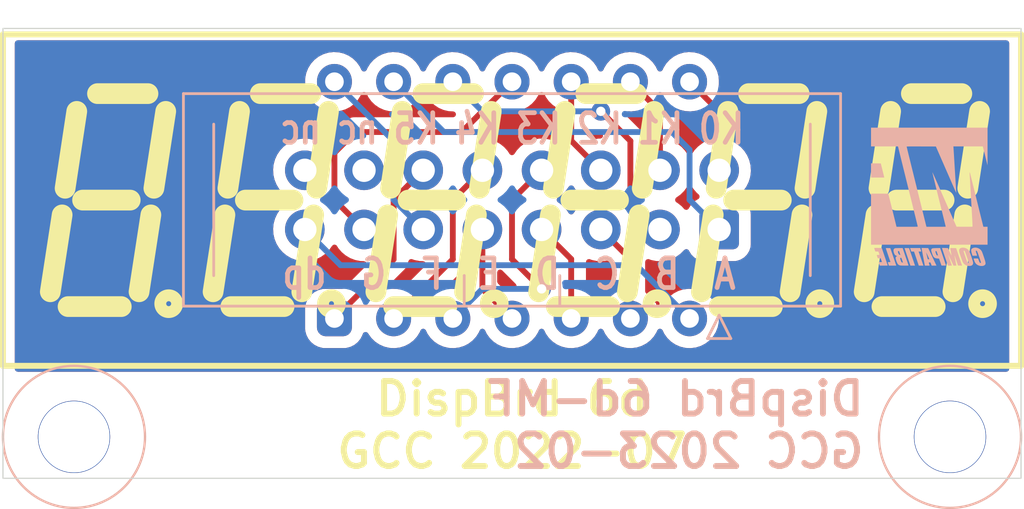
<source format=kicad_pcb>
(kicad_pcb (version 20211014) (generator pcbnew)
  (layers (0 "F.Cu" signal) (31 "B.Cu" signal) (36 "B.SilkS" user "B.Silkscreen") (37 "F.SilkS" user "F.Silkscreen") (38 "B.Mask" user) (39 "F.Mask" user) (44 "Edge.Cuts" user))
  (net 0 "")
  (net 1 "/K_SegA")
  (net 2 "/K_SegB")
  (net 3 "/K_SegC")
  (net 4 "/K_SegDP")
  (net 5 "/A0")
  (net 6 "/K_SegD")
  (net 7 "/K_SegE")
  (net 8 "/K_SegG")
  (net 9 "/K_SegF")
  (net 10 "/A1")
  (net 11 "/A2")
  (net 12 "/A3")
  (net 13 "/A4")
  (net 14 "/A5")
  (footprint "GCC_Display:Disp7s6x_036" (layer "F.Cu") (at 57.404 32.766)
    (fp_text reference "S5" hide)
    (fp_text value "LEDDSP6_CA" hide)
    (fp_line (start 5.45846 0.635) (end 4.95046 3.93446) (layer "F.SilkS") (width 0.889))
    (fp_line (start 21.844 -7.112) (end 21.844 7.112) (layer "F.SilkS") (width 0.254))
    (fp_line (start -7.874 -3.80746) (end -8.382 -0.508) (layer "F.SilkS") (width 0.889))
    (fp_line (start 10.15238 -4.56946) (end 12.319 -4.56946) (layer "F.SilkS") (width 0.889))
    (fp_line (start -5.08 4.56946) (end -2.79654 4.56946) (layer "F.SilkS") (width 0.889))
    (fp_line (start -0.889 -3.80746) (end -1.397 -0.508) (layer "F.SilkS") (width 0.889))
    (fp_line (start 8.636 0.635) (end 8.128 3.93446) (layer "F.SilkS") (width 0.889))
    (fp_line (start 15.621 0.635) (end 15.113 3.93446) (layer "F.SilkS") (width 0.889))
    (fp_line (start -12.319 0.635) (end -12.827 3.93446) (layer "F.SilkS") (width 0.889))
    (fp_line (start 1.905 4.56946) (end 4.18846 4.56946) (layer "F.SilkS") (width 0.889))
    (fp_line (start 11.557 0) (end 9.5123 0) (layer "F.SilkS") (width 0.889))
    (fp_line (start -11.69162 -3.80746) (end -12.192 -0.508) (layer "F.SilkS") (width 0.889))
    (fp_line (start -4.70662 -3.80746) (end -5.207 -0.508) (layer "F.SilkS") (width 0.889))
    (fp_line (start -19.304 0.635) (end -19.812 3.93446) (layer "F.SilkS") (width 0.889))
    (fp_line (start 19.42846 0.635) (end 18.92046 3.93446) (layer "F.SilkS") (width 0.889))
    (fp_line (start -15.49654 0.635) (end -16.00454 3.93446) (layer "F.SilkS") (width 0.889))
    (fp_line (start 9.26338 -3.80746) (end 8.763 -0.508) (layer "F.SilkS") (width 0.889))
    (fp_line (start -5.334 0.635) (end -5.842 3.93446) (layer "F.SilkS") (width 0.889))
    (fp_line (start 20.066 -3.80746) (end 19.558 -0.508) (layer "F.SilkS") (width 0.889))
    (fp_line (start 8.89 4.56946) (end 11.17346 4.56946) (layer "F.SilkS") (width 0.889))
    (fp_line (start 4.572 0) (end 2.5273 0) (layer "F.SilkS") (width 0.889))
    (fp_line (start -16.383 0) (end -18.4277 0) (layer "F.SilkS") (width 0.889))
    (fp_line (start -14.859 -3.80746) (end -15.367 -0.508) (layer "F.SilkS") (width 0.889))
    (fp_line (start -19.05 4.56946) (end -16.76654 4.56946) (layer "F.SilkS") (width 0.889))
    (fp_line (start 2.27838 -3.80746) (end 1.778 -0.508) (layer "F.SilkS") (width 0.889))
    (fp_line (start -10.80262 -4.56946) (end -8.636 -4.56946) (layer "F.SilkS") (width 0.889))
    (fp_line (start -9.398 0) (end -11.4427 0) (layer "F.SilkS") (width 0.889))
    (fp_line (start 1.651 0.635) (end 1.143 3.93446) (layer "F.SilkS") (width 0.889))
    (fp_line (start -12.065 4.56946) (end -9.78154 4.56946) (layer "F.SilkS") (width 0.889))
    (fp_line (start -8.51154 0.635) (end -9.01954 3.93446) (layer "F.SilkS") (width 0.889))
    (fp_line (start 3.16738 -4.56946) (end 5.334 -4.56946) (layer "F.SilkS") (width 0.889))
    (fp_line (start 17.13738 -4.56946) (end 19.304 -4.56946) (layer "F.SilkS") (width 0.889))
    (fp_line (start 6.096 -3.80746) (end 5.588 -0.508) (layer "F.SilkS") (width 0.889))
    (fp_line (start -1.52654 0.635) (end -2.03454 3.93446) (layer "F.SilkS") (width 0.889))
    (fp_line (start 16.24838 -3.80746) (end 15.748 -0.508) (layer "F.SilkS") (width 0.889))
    (fp_line (start -3.81762 -4.56946) (end -1.651 -4.56946) (layer "F.SilkS") (width 0.889))
    (fp_line (start 13.081 -3.80746) (end 12.573 -0.508) (layer "F.SilkS") (width 0.889))
    (fp_line (start -18.67662 -3.80746) (end -19.177 -0.508) (layer "F.SilkS") (width 0.889))
    (fp_line (start -17.78762 -4.56946) (end -15.621 -4.56946) (layer "F.SilkS") (width 0.889))
    (fp_line (start 12.44346 0.635) (end 11.93546 3.93446) (layer "F.SilkS") (width 0.889))
    (fp_line (start -21.844 7.112) (end -21.844 -7.112) (layer "F.SilkS") (width 0.254))
    (fp_line (start -2.413 0) (end -4.4577 0) (layer "F.SilkS") (width 0.889))
    (fp_line (start 21.844 7.112) (end -21.844 7.112) (layer "F.SilkS") (width 0.254))
    (fp_line (start 18.542 0) (end 16.4973 0) (layer "F.SilkS") (width 0.889))
    (fp_line (start -21.844 -7.112) (end 21.844 -7.112) (layer "F.SilkS") (width 0.254))
    (fp_line (start 15.875 4.56946) (end 18.15846 4.56946) (layer "F.SilkS") (width 0.889))
    (fp_circle (center 6.223 4.445) (end 6.477 4.18846) (layer "F.SilkS") (width 0.508) (fill none))
    (fp_circle (center 20.193 4.445) (end 20.447 4.18846) (layer "F.SilkS") (width 0.508) (fill none))
    (fp_circle (center -0.762 4.445) (end -0.508 4.18846) (layer "F.SilkS") (width 0.508) (fill none))
    (fp_circle (center 13.208 4.445) (end 13.462 4.18846) (layer "F.SilkS") (width 0.508) (fill none))
    (fp_circle (center -7.747 4.445) (end -7.493 4.18846) (layer "F.SilkS") (width 0.508) (fill none))
    (fp_circle (center -14.732 4.445) (end -14.478 4.18846) (layer "F.SilkS") (width 0.508) (fill none))
    (pad "1" thru_hole roundrect locked (at -7.62 5.08 90) (size 1.524 1.50114) (drill 0.8001) (layers *.Cu *.Mask) (net 14 "/A5"))
    (pad "2" thru_hole oval locked (at -5.08 5.08 90) (size 1.524 1.4986) (drill 0.8001) (layers *.Cu *.Mask) (net 13 "/A4"))
    (pad "3" thru_hole oval locked (at -2.54 5.08 90) (size 1.524 1.4986) (drill 0.8001) (layers *.Cu *.Mask) (net 12 "/A3"))
    (pad "4" thru_hole oval locked (at 0 5.08 90) (size 1.524 1.4986) (drill 0.8001) (layers *.Cu *.Mask) (net 7 "/K_SegE"))
    (pad "5" thru_hole oval locked (at 2.54 5.08 90) (size 1.524 1.4986) (drill 0.8001) (layers *.Cu *.Mask) (net 6 "/K_SegD"))
    (pad "6" thru_hole oval locked (at 5.08 5.08 90) (size 1.524 1.4986) (drill 0.8001) (layers *.Cu *.Mask) (net 3 "/K_SegC"))
    (pad "7" thru_hole oval locked (at 7.62 5.08 90) (size 1.524 1.4986) (drill 0.8001) (layers *.Cu *.Mask) (net 4 "/K_SegDP"))
    (pad "8" thru_hole oval locked (at 7.62 -5.08 90) (size 1.524 1.4986) (drill 0.8001) (layers *.Cu *.Mask) (net 5 "/A0"))
    (pad "9" thru_hole oval locked (at 5.08 -5.08 90) (size 1.524 1.4986) (drill 0.8001) (layers *.Cu *.Mask) (net 10 "/A1"))
    (pad "10" thru_hole oval locked (at 2.54 -5.08 90) (size 1.524 1.4986) (drill 0.8001) (layers *.Cu *.Mask) (net 11 "/A2"))
    (pad "11" thru_hole oval locked (at 0 -5.08 90) (size 1.524 1.4986) (drill 0.8001) (layers *.Cu *.Mask) (net 8 "/K_SegG"))
    (pad "12" thru_hole oval locked (at -2.54 -5.08 90) (size 1.524 1.4986) (drill 0.8001) (layers *.Cu *.Mask) (net 2 "/K_SegB"))
    (pad "13" thru_hole oval locked (at -5.08 -5.08 90) (size 1.524 1.4986) (drill 0.8001) (layers *.Cu *.Mask) (net 1 "/K_SegA"))
    (pad "14" thru_hole oval locked (at -7.62 -5.08 90) (size 1.524 1.4986) (drill 0.8001) (layers *.Cu *.Mask) (net 9 "/K_SegF"))
  )
  (footprint "GCC_holes:Hole3mm" (layer "B.Cu") (at 38.608 42.926)
    (fp_text reference "H9" hide)
    (fp_text value "MountingHole" hide)
    (fp_circle (center 0 0) (end 0 3.048) (layer "B.SilkS") (width 0.1) (fill none))
    (pad "" np_thru_hole circle locked (at 0 0) (size 3.1 3.1) (drill 3.05) (layers F&B.Cu *.Mask))
  )
  (footprint "GCC_holes:Hole3mm" (layer "B.Cu") (at 76.2 42.926)
    (fp_text reference "H10" hide)
    (fp_text value "MountingHole" hide)
    (fp_circle (center 0 0) (end 0 3.048) (layer "B.SilkS") (width 0.1) (fill none))
    (pad "" np_thru_hole circle locked (at 0 0) (size 3.1 3.1) (drill 3.05) (layers F&B.Cu *.Mask))
  )
  (footprint "Connector_IDC:IDC-Header_2x08_P2.54mm_Vertical" (layer "B.Cu") (at 66.294 34.0265 90)
    (fp_text reference "P7" hide)
    (fp_text value "Conn_02x08_Odd_Even")
    (fp_line (start -1.98 -10.94) (end -1.98 -10.94) (layer "B.SilkS") (width 0.12))
    (fp_line (start -1.98 3.91) (end 4.52 3.91) (layer "B.SilkS") (width 0.12))
    (fp_line (start -1.98 -10.94) (end -3.29 -10.94) (layer "B.SilkS") (width 0.12))
    (fp_line (start -3.29 -6.84) (end -1.98 -6.84) (layer "B.SilkS") (width 0.12))
    (fp_line (start -3.29 -22.99) (end -3.29 5.21) (layer "B.SilkS") (width 0.12))
    (fp_line (start -4.68 -0.5) (end -3.68 0) (layer "B.SilkS") (width 0.12))
    (fp_line (start -3.68 0) (end -4.68 0.5) (layer "B.SilkS") (width 0.12))
    (fp_line (start 5.83 5.21) (end 5.83 -22.99) (layer "B.SilkS") (width 0.12))
    (fp_line (start -4.68 0.5) (end -4.68 -0.5) (layer "B.SilkS") (width 0.12))
    (fp_line (start -3.29 5.21) (end 5.83 5.21) (layer "B.SilkS") (width 0.12))
    (fp_line (start 5.83 -22.99) (end -3.29 -22.99) (layer "B.SilkS") (width 0.12))
    (fp_line (start 4.52 -21.69) (end -1.98 -21.69) (layer "B.SilkS") (width 0.12))
    (pad "1" thru_hole roundrect (at 0 0 90) (size 1.7 1.7) (drill 1) (layers F&B.Cu *.Mask) (roundrect_rratio 0.147059) (net 1 "/K_SegA"))
    (pad "2" thru_hole circle (at 2.54 0 90) (size 1.7 1.7) (drill 1) (layers F&B.Cu *.Mask) (net 5 "/A0"))
    (pad "3" thru_hole circle (at 0 -2.54 90) (size 1.7 1.7) (drill 1) (layers F&B.Cu *.Mask) (net 2 "/K_SegB"))
    (pad "4" thru_hole circle (at 2.54 -2.54 90) (size 1.7 1.7) (drill 1) (layers F&B.Cu *.Mask) (net 10 "/A1"))
    (pad "5" thru_hole circle (at 0 -5.08 90) (size 1.7 1.7) (drill 1) (layers F&B.Cu *.Mask) (net 3 "/K_SegC"))
    (pad "6" thru_hole circle (at 2.54 -5.08 90) (size 1.7 1.7) (drill 1) (layers F&B.Cu *.Mask) (net 11 "/A2"))
    (pad "7" thru_hole circle (at 0 -7.62 90) (size 1.7 1.7) (drill 1) (layers F&B.Cu *.Mask) (net 6 "/K_SegD"))
    (pad "8" thru_hole circle (at 2.54 -7.62 90) (size 1.7 1.7) (drill 1) (layers F&B.Cu *.Mask) (net 12 "/A3"))
    (pad "9" thru_hole circle (at 0 -10.16 90) (size 1.7 1.7) (drill 1) (layers F&B.Cu *.Mask) (net 7 "/K_SegE"))
    (pad "10" thru_hole circle (at 2.54 -10.16 90) (size 1.7 1.7) (drill 1) (layers F&B.Cu *.Mask) (net 13 "/A4"))
    (pad "11" thru_hole circle (at 0 -12.7 90) (size 1.7 1.7) (drill 1) (layers F&B.Cu *.Mask) (net 9 "/K_SegF"))
    (pad "12" thru_hole circle (at 2.54 -12.7 90) (size 1.7 1.7) (drill 1) (layers F&B.Cu *.Mask) (net 14 "/A5"))
    (pad "13" thru_hole circle (at 0 -15.24 90) (size 1.7 1.7) (drill 1) (layers F&B.Cu *.Mask) (net 8 "/K_SegG"))
    (pad "14" thru_hole circle (at 2.54 -15.24 90) (size 1.7 1.7) (drill 1) (layers F&B.Cu *.Mask))
    (pad "15" thru_hole circle (at 0 -17.78 90) (size 1.7 1.7) (drill 1) (layers F&B.Cu *.Mask) (net 4 "/K_SegDP"))
    (pad "16" thru_hole circle (at 2.54 -17.78 90) (size 1.7 1.7) (drill 1) (layers F&B.Cu *.Mask))
  )
  (footprint "GCC_Logos:MF_compatible_5x6mm" (layer "B.Cu") (at 75.311 32.639 180)
    (fp_text reference "G***")
    (fp_text value "LOGO" hide)
    (fp_poly (pts (xy 2.291951 -2.177389) (xy 2.324142 -2.178121) (xy 2.345577 -2.179542) (xy 2.358063 -2.181804) (xy 2.363405 -2.18506) (xy 2.363961 -2.187035) (xy 2.361627 -2.197709) (xy 2.355348 -2.218412) (xy 2.346205 -2.245709) (xy 2.33963 -2.264277) (xy 2.315299 -2.331626) (xy 2.250398 -2.333685) (xy 2.185498 -2.335743) (xy 2.163357 -2.396932) (xy 2.153484 -2.425318) (xy 2.145878 -2.449274) (xy 2.141686 -2.4651) (xy 2.141217 -2.468523) (xy 2.144214 -2.47388) (xy 2.154832 -2.477103) (xy 2.175512 -2.47863) (xy 2.199226 -2.478925) (xy 2.229668 -2.479563) (xy 2.247563 -2.481668) (xy 2.254684 -2.485527) (xy 2.254848 -2.487906) (xy 2.251603 -2.498376) (xy 2.244922 -2.51886) (xy 2.235983 -2.545763) (xy 2.231284 -2.559759) (xy 2.210108 -2.622631) (xy 2.086763 -2.622631) (xy 2.059986 -2.699873) (xy 2.049333 -2.731078) (xy 2.040711 -2.757241) (xy 2.035069 -2.775419) (xy 2.033323 -2.782503) (xy 2.040048 -2.784778) (xy 2.058075 -2.786579) (xy 2.084338 -2.787671) (xy 2.104424 -2.787892) (xy 2.175411 -2.787892) (xy 2.149332 -2.863288) (xy 2.123254 -2.938685) (xy 1.951834 -2.938734) (xy 1.895757 -2.938594) (xy 1.8527 -2.938092) (xy 1.821315 -2.937154) (xy 1.800256 -2.93571) (xy 1.788175 -2.933688) (xy 1.783725 -2.931016) (xy 1.783759 -2.929802) (xy 1.786645 -2.921471) (xy 1.793718 -2.900814) (xy 1.804539 -2.86911) (xy 1.818675 -2.82764) (xy 1.835688 -2.777684) (xy 1.855143 -2.720523) (xy 1.876603 -2.657436) (xy 1.899632 -2.589705) (xy 1.911952 -2.553456) (xy 2.036801 -2.186092) (xy 2.08362 -2.181668) (xy 2.107445 -2.180116) (xy 2.141795 -2.178795) (xy 2.182824 -2.17781) (xy 2.226687 -2.177267) (xy 2.2472 -2.177194)) (layer "B.SilkS") (width 0) (fill solid))
    (fp_poly (pts (xy -0.553171 -2.179704) (xy -0.547227 -2.180796) (xy -0.546777 -2.183401) (xy -0.547742 -2.189638) (xy -0.550395 -2.200346) (xy -0.555014 -2.216362) (xy -0.561873 -2.238524) (xy -0.571247 -2.267668) (xy -0.583412 -2.304632) (xy -0.598644 -2.350255) (xy -0.617217 -2.405373) (xy -0.639406 -2.470823) (xy -0.665488 -2.547444) (xy -0.695738 -2.636073) (xy -0.726146 -2.725021) (xy -0.799262 -2.938783) (xy -0.884638 -2.938783) (xy -0.917748 -2.93854) (xy -0.944875 -2.937877) (xy -0.963227 -2.936895) (xy -0.970014 -2.935697) (xy -0.970014 -2.93569) (xy -0.967781 -2.928401) (xy -0.96144 -2.909099) (xy -0.951521 -2.879372) (xy -0.93856 -2.840806) (xy -0.923089 -2.794989) (xy -0.90564 -2.743508) (xy -0.891129 -2.700817) (xy -0.872579 -2.64613) (xy -0.855678 -2.595945) (xy -0.840946 -2.551834) (xy -0.828904 -2.515372) (xy -0.820071 -2.488133) (xy -0.814969 -2.471688) (xy -0.813913 -2.467369) (xy -0.817241 -2.473243) (xy -0.825978 -2.490699) (xy -0.839436 -2.518303) (xy -0.856925 -2.554625) (xy -0.877757 -2.598233) (xy -0.901241 -2.647696) (xy -0.926689 -2.701583) (xy -0.926928 -2.70209) (xy -1.038274 -2.938481) (xy -1.101629 -2.938632) (xy -1.131912 -2.938438) (xy -1.150371 -2.937327) (xy -1.159548 -2.934767) (xy -1.161985 -2.930231) (xy -1.16123 -2.926209) (xy -1.158087 -2.913204) (xy -1.152971 -2.889148) (xy -1.146278 -2.856142) (xy -1.138406 -2.816287) (xy -1.129751 -2.771683) (xy -1.120711 -2.72443) (xy -1.111681 -2.676629) (xy -1.10306 -2.63038) (xy -1.095243 -2.587783) (xy -1.088627 -2.550939) (xy -1.08361 -2.521948) (xy -1.080588 -2.50291) (xy -1.07994 -2.495938) (xy -1.082872 -2.501749) (xy -1.089814 -2.519612) (xy -1.100203 -2.547954) (xy -1.113478 -2.585202) (xy -1.129075 -2.629786) (xy -1.146432 -2.680132) (xy -1.15801 -2.714081) (xy -1.233111 -2.935191) (xy -1.320379 -2.937206) (xy -1.407646 -2.93922) (xy -1.303033 -2.631831) (xy -1.280469 -2.56553) (xy -1.258514 -2.501017) (xy -1.250996 -2.478925) (xy -1.077793 -2.478925) (xy -1.075164 -2.484839) (xy -1.073003 -2.483715) (xy -1.072143 -2.475188) (xy -1.073003 -2.474135) (xy -1.077275 -2.475121) (xy -1.077793 -2.478925) (xy -1.250996 -2.478925) (xy -1.237775 -2.440078) (xy -1.218861 -2.384501) (xy -1.202379 -2.336069) (xy -1.188937 -2.296571) (xy -1.179143 -2.267792) (xy -1.175191 -2.256181) (xy -1.151962 -2.187921) (xy -1.025061 -2.185959) (xy -0.979182 -2.185376) (xy -0.945755 -2.185353) (xy -0.922869 -2.186034) (xy -0.908612 -2.187563) (xy -0.901072 -2.190082) (xy -0.898338 -2.193734) (xy -0.898161 -2.195466) (xy -0.899508 -2.20572) (xy -0.903272 -2.227783) (xy -0.909033 -2.259375) (xy -0.916374 -2.298217) (xy -0.924877 -2.342028) (xy -0.92733 -2.354478) (xy -0.935894 -2.398556) (xy -0.943202 -2.437644) (xy -0.948882 -2.469631) (xy -0.952564 -2.492405) (xy -0.953876 -2.503855) (xy -0.953746 -2.504773) (xy -0.950093 -2.499321) (xy -0.941271 -2.482539) (xy -0.928127 -2.456148) (xy -0.911507 -2.42187) (xy -0.89226 -2.381425) (xy -0.876076 -2.346937) (xy -0.801159 -2.186348) (xy -0.676563 -2.181198) (xy -0.635655 -2.179779) (xy -0.599838 -2.179052) (xy -0.571536 -2.179025)) (layer "B.SilkS") (width 0) (fill solid))
    (fp_poly (pts (xy -1.401765 -2.169299) (xy -1.354139 -2.181589) (xy -1.318293 -2.201467) (xy -1.294003 -2.229341) (xy -1.281045 -2.265618) (xy -1.279192 -2.310705) (xy -1.28822 -2.365009) (xy -1.289891 -2.371653) (xy -1.297282 -2.397388) (xy -1.308561 -2.433139) (xy -1.322857 -2.476438) (xy -1.339296 -2.524815) (xy -1.357009 -2.5758) (xy -1.375122 -2.626922) (xy -1.392765 -2.675712) (xy -1.409066 -2.7197) (xy -1.423154 -2.756416) (xy -1.434156 -2.78339) (xy -1.438819 -2.793678) (xy -1.471318 -2.844185) (xy -1.514841 -2.886999) (xy -1.567416 -2.920552) (xy -1.627068 -2.94328) (xy -1.627468 -2.943387) (xy -1.661549 -2.949474) (xy -1.701593 -2.952096) (xy -1.742304 -2.951305) (xy -1.778391 -2.947154) (xy -1.799701 -2.941698) (xy -1.837558 -2.921414) (xy -1.863839 -2.892683) (xy -1.878357 -2.855827) (xy -1.880736 -2.814428) (xy -1.688019 -2.814428) (xy -1.684975 -2.822038) (xy -1.674815 -2.823804) (xy -1.672611 -2.823819) (xy -1.654198 -2.818621) (xy -1.641978 -2.809602) (xy -1.636309 -2.799089) (xy -1.627019 -2.776891) (xy -1.614769 -2.744973) (xy -1.600225 -2.705297) (xy -1.58405 -2.659826) (xy -1.566908 -2.610523) (xy -1.549463 -2.559351) (xy -1.532379 -2.508273) (xy -1.516319 -2.459252) (xy -1.501948 -2.41425) (xy -1.48993 -2.375231) (xy -1.480929 -2.344158) (xy -1.475608 -2.322993) (xy -1.474465 -2.314334) (xy -1.480003 -2.298156) (xy -1.491213 -2.295111) (xy -1.508215 -2.30518) (xy -1.511406 -2.307939) (xy -1.517844 -2.315858) (xy -1.525585 -2.329796) (xy -1.535118 -2.350992) (xy -1.54693 -2.380686) (xy -1.561511 -2.420117) (xy -1.579348 -2.470524) (xy -1.600931 -2.533148) (xy -1.605719 -2.547185) (xy -1.6243 -2.60216) (xy -1.641504 -2.653868) (xy -1.656735 -2.700455) (xy -1.669397 -2.740066) (xy -1.678894 -2.770848) (xy -1.684631 -2.790948) (xy -1.685983 -2.796874) (xy -1.688019 -2.814428) (xy -1.880736 -2.814428) (xy -1.880923 -2.811165) (xy -1.880347 -2.804594) (xy -1.876614 -2.785211) (xy -1.868604 -2.754618) (xy -1.857071 -2.715068) (xy -1.842769 -2.668813) (xy -1.826449 -2.618106) (xy -1.808865 -2.5652) (xy -1.79077 -2.512345) (xy -1.772916 -2.461796) (xy -1.756057 -2.415804) (xy -1.740946 -2.376622) (xy -1.728336 -2.346502) (xy -1.724291 -2.337764) (xy -1.700701 -2.294939) (xy -1.675763 -2.262594) (xy -1.661755 -2.248988) (xy -1.60754 -2.209904) (xy -1.547974 -2.182714) (xy -1.485328 -2.168115) (xy -1.421869 -2.166801)) (layer "B.SilkS") (width 0) (fill solid))
    (fp_poly (pts (xy 1.835567 -2.185758) (xy 1.85706 -2.186603) (xy 1.867559 -2.187977) (xy 1.868176 -2.188474) (xy 1.865959 -2.195686) (xy 1.859691 -2.214804) (xy 1.849947 -2.244129) (xy 1.8373 -2.28196) (xy 1.822324 -2.326598) (xy 1.805593 -2.376344) (xy 1.787681 -2.429496) (xy 1.769163 -2.484357) (xy 1.750612 -2.539225) (xy 1.732602 -2.592401) (xy 1.715707 -2.642185) (xy 1.700502 -2.686878) (xy 1.68756 -2.72478) (xy 1.677456 -2.75419) (xy 1.670763 -2.77341) (xy 1.668785 -2.778911) (xy 1.670898 -2.783598) (xy 1.6827 -2.786439) (xy 1.706025 -2.787732) (xy 1.723701 -2.787892) (xy 1.750592 -2.788463) (xy 1.770913 -2.789981) (xy 1.781285 -2.792155) (xy 1.781952 -2.792912) (xy 1.779841 -2.801446) (xy 1.774142 -2.820498) (xy 1.765808 -2.846953) (xy 1.758868 -2.868358) (xy 1.735785 -2.938783) (xy 1.416342 -2.938783) (xy 1.513697 -2.653168) (xy 1.535925 -2.587941) (xy 1.557901 -2.523425) (xy 1.578923 -2.461676) (xy 1.598292 -2.404755) (xy 1.615308 -2.35472) (xy 1.629269 -2.313629) (xy 1.639475 -2.283542) (xy 1.641441 -2.277737) (xy 1.671829 -2.187921) (xy 1.770002 -2.185922) (xy 1.805681 -2.185508)) (layer "B.SilkS") (width 0) (fill solid))
    (fp_poly (pts (xy 2.500481 0.840679) (xy 1.931702 0.840679) (xy 1.936787 0.863834) (xy 1.939599 0.875769) (xy 1.945468 0.900013) (xy 1.953992 0.934927) (xy 1.964769 0.978872) (xy 1.977396 1.03021) (xy 1.991471 1.087301) (xy 2.006593 1.148507) (xy 2.011271 1.167413) (xy 2.080668 1.447836) (xy 2.290575 1.449741) (xy 2.500481 1.451646)) (layer "B.SilkS") (width 0) (fill solid))
    (fp_poly (pts (xy 0.798498 -2.259724) (xy 0.772419 -2.33512) (xy 0.714034 -2.33517) (xy 0.655649 -2.335219) (xy 0.553268 -2.637001) (xy 0.450886 -2.938783) (xy 0.252582 -2.938783) (xy 0.344892 -2.667539) (xy 0.365578 -2.6068) (xy 0.385204 -2.549259) (xy 0.4032 -2.496582) (xy 0.418994 -2.450436) (xy 0.432017 -2.412488) (xy 0.441697 -2.384406) (xy 0.447463 -2.367856) (xy 0.448212 -2.365757) (xy 0.459221 -2.335219) (xy 0.402058 -2.335219) (xy 0.375445 -2.334638) (xy 0.355434 -2.333095) (xy 0.345435 -2.330888) (xy 0.344894 -2.330199) (xy 0.347006 -2.321665) (xy 0.352705 -2.302613) (xy 0.361039 -2.276158) (xy 0.367978 -2.254753) (xy 0.391062 -2.184328) (xy 0.824576 -2.184328)) (layer "B.SilkS") (width 0) (fill solid))
    (fp_poly (pts (xy -0.309536 -2.185634) (xy -0.249836 -2.186851) (xy -0.202765 -2.188823) (xy -0.16659 -2.191981) (xy -0.139572 -2.196754) (xy -0.119976 -2.203572) (xy -0.106067 -2.212866) (xy -0.096106 -2.225064) (xy -0.088454 -2.240368) (xy -0.083404 -2.256262) (xy -0.081686 -2.273945) (xy -0.083672 -2.295757) (xy -0.089733 -2.324036) (xy -0.10024 -2.36112) (xy -0.114971 -2.407537) (xy -0.136531 -2.469318) (xy -0.157503 -2.518453) (xy -0.179566 -2.556487) (xy -0.2044 -2.584964) (xy -0.233686 -2.605429) (xy -0.269102 -2.619426) (xy -0.31233 -2.628499) (xy -0.361154 -2.633884) (xy -0.42041 -2.638692) (xy -0.47099 -2.786941) (xy -0.52157 -2.935191) (xy -0.620898 -2.937195) (xy -0.661753 -2.937751) (xy -0.690018 -2.937404) (xy -0.707452 -2.936022) (xy -0.715812 -2.933475) (xy -0.717011 -2.93001) (xy -0.714161 -2.921638) (xy -0.707145 -2.900931) (xy -0.696394 -2.869169) (xy -0.682342 -2.827632) (xy -0.665421 -2.777599) (xy -0.646065 -2.720351) (xy -0.624707 -2.657166) (xy -0.601778 -2.589326) (xy -0.589193 -2.552084) (xy -0.571755 -2.500481) (xy -0.372574 -2.500481) (xy -0.351548 -2.500481) (xy -0.331262 -2.495922) (xy -0.317041 -2.486999) (xy -0.309068 -2.474577) (xy -0.29856 -2.452101) (xy -0.28715 -2.423267) (xy -0.28044 -2.404121) (xy -0.268972 -2.366567) (xy -0.263894 -2.340422) (xy -0.265434 -2.32411) (xy -0.273823 -2.316058) (xy -0.289288 -2.314689) (xy -0.293393 -2.315096) (xy -0.301099 -2.317165) (xy -0.307792 -2.322764) (xy -0.314603 -2.334075) (xy -0.322664 -2.353283) (xy -0.333105 -2.38257) (xy -0.341978 -2.408868) (xy -0.372574 -2.500481) (xy -0.571755 -2.500481) (xy -0.46459 -2.183348)) (layer "B.SilkS") (width 0) (fill solid))
    (fp_poly (pts (xy 1.035081 -2.185711) (xy 1.052446 -2.187099) (xy 1.060744 -2.189659) (xy 1.061906 -2.193101) (xy 1.059056 -2.201474) (xy 1.052039 -2.222181) (xy 1.041289 -2.253942) (xy 1.027238 -2.295475) (xy 1.010321 -2.345499) (xy 0.990969 -2.402735) (xy 0.969616 -2.465901) (xy 0.946696 -2.533718) (xy 0.934253 -2.570537) (xy 0.809816 -2.938783) (xy 0.611569 -2.938783) (xy 0.716107 -2.631612) (xy 0.738664 -2.565333) (xy 0.760612 -2.50084) (xy 0.781344 -2.439922) (xy 0.800251 -2.384364) (xy 0.816725 -2.335955) (xy 0.830158 -2.296481) (xy 0.839942 -2.26773) (xy 0.843872 -2.256181) (xy 0.867098 -2.187921) (xy 0.966109 -2.185916) (xy 1.00689 -2.18536)) (layer "B.SilkS") (width 0) (fill solid))
    (fp_poly (pts (xy 1.235899 -2.184778) (xy 1.280057 -2.185193) (xy 1.305927 -2.185536) (xy 1.359541 -2.186429) (xy 1.400763 -2.187457) (xy 1.431571 -2.188789) (xy 1.453943 -2.190596) (xy 1.469857 -2.193046) (xy 1.481291 -2.196309) (xy 1.490224 -2.200556) (xy 1.49177 -2.201469) (xy 1.517495 -2.223802) (xy 1.532662 -2.253681) (xy 1.537377 -2.291795) (xy 1.531748 -2.338836) (xy 1.519872 -2.383349) (xy 1.50353 -2.428431) (xy 1.485573 -2.462089) (xy 1.463351 -2.48723) (xy 1.434214 -2.506764) (xy 1.395512 -2.523598) (xy 1.390354 -2.525483) (xy 1.381135 -2.529666) (xy 1.383965 -2.533434) (xy 1.393943 -2.537558) (xy 1.418157 -2.550186) (xy 1.434448 -2.567348) (xy 1.44295 -2.59048) (xy 1.443798 -2.621015) (xy 1.437125 -2.660387) (xy 1.423067 -2.710032) (xy 1.412946 -2.7402) (xy 1.391519 -2.79697) (xy 1.370555 -2.841235) (xy 1.348524 -2.874722) (xy 1.323898 -2.899159) (xy 1.295148 -2.916272) (xy 1.260746 -2.927789) (xy 1.243649 -2.931486) (xy 1.225778 -2.933613) (xy 1.198039 -2.935381) (xy 1.16278 -2.936778) (xy 1.122347 -2.937797) (xy 1.07909 -2.938428) (xy 1.035356 -2.938662) (xy 0.993492 -2.93849) (xy 0.955847 -2.937902) (xy 0.924769 -2.93689) (xy 0.902605 -2.935445) (xy 0.891703 -2.933557) (xy 0.890976 -2.932856) (xy 0.89323 -2.925123) (xy 0.899709 -2.905054) (xy 0.90999 -2.87391) (xy 0.92365 -2.832954) (xy 0.935833 -2.796656) (xy 1.137266 -2.796656) (xy 1.138405 -2.805338) (xy 1.143231 -2.808552) (xy 1.151568 -2.807647) (xy 1.163236 -2.80397) (xy 1.169579 -2.801752) (xy 1.18338 -2.794147) (xy 1.195857 -2.780346) (xy 1.208142 -2.758353) (xy 1.221367 -2.726171) (xy 1.23539 -2.685688) (xy 1.245553 -2.65087) (xy 1.248949 -2.626979) (xy 1.245323 -2.612133) (xy 1.234421 -2.604449) (xy 1.224136 -2.602479) (xy 1.208124 -2.602796) (xy 1.19903 -2.610419) (xy 1.193175 -2.624034) (xy 1.173184 -2.680282) (xy 1.157776 -2.724319) (xy 1.146773 -2.757495) (xy 1.139996 -2.781158) (xy 1.137266 -2.796656) (xy 0.935833 -2.796656) (xy 0.940266 -2.783448) (xy 0.959415 -2.726653) (xy 0.980675 -2.663831) (xy 1.003621 -2.596244) (xy 1.016719 -2.557758) (xy 1.040388 -2.488218) (xy 1.046599 -2.469943) (xy 1.244892 -2.469943) (xy 1.246412 -2.47777) (xy 1.25676 -2.479545) (xy 1.27211 -2.476021) (xy 1.288634 -2.467951) (xy 1.299696 -2.459165) (xy 1.313012 -2.440491) (xy 1.326634 -2.412597) (xy 1.335964 -2.387331) (xy 1.344917 -2.354571) (xy 1.346613 -2.332685) (xy 1.340551 -2.319863) (xy 1.32623 -2.314294) (xy 1.315557 -2.313663) (xy 1.306793 -2.314564) (xy 1.299862 -2.31887) (xy 1.293355 -2.328983) (xy 1.285861 -2.347306) (xy 1.27597 -2.376241) (xy 1.272338 -2.387312) (xy 1.262151 -2.418362) (xy 1.253422 -2.444746) (xy 1.247234 -2.463206) (xy 1.244892 -2.469943) (xy 1.046599 -2.469943) (xy 1.062605 -2.422852) (xy 1.082946 -2.362909) (xy 1.100991 -2.309637) (xy 1.116317 -2.264283) (xy 1.128502 -2.228095) (xy 1.137124 -2.202322) (xy 1.141762 -2.18821) (xy 1.142462 -2.18587) (xy 1.14931 -2.185193) (xy 1.168509 -2.184782) (xy 1.198045 -2.184643)) (layer "B.SilkS") (width 0) (fill solid))
    (fp_poly (pts (xy 2.500481 2.177143) (xy 1.344204 2.177143) (xy 1.337062 2.150198) (xy 1.330765 2.125232) (xy 1.324113 2.097144) (xy 1.322706 2.09092) (xy 1.319893 2.079071) (xy 1.31389 2.054374) (xy 1.304969 2.017928) (xy 1.293401 1.97083) (xy 1.279456 1.914182) (xy 1.263406 1.849081) (xy 1.245521 1.776627) (xy 1.226072 1.697919) (xy 1.205331 1.614057) (xy 1.183567 1.526138) (xy 1.171291 1.476577) (xy 1.146128 1.375005) (xy 1.119656 1.268123) (xy 1.092418 1.158123) (xy 1.064956 1.0472) (xy 1.037813 0.937546) (xy 1.011532 0.831355) (xy 0.986656 0.730821) (xy 0.963729 0.638136) (xy 0.943291 0.555495) (xy 0.929419 0.499378) (xy 0.91269 0.431707) (xy 0.89296 0.351933) (xy 0.870688 0.261902) (xy 0.846329 0.163459) (xy 0.820341 0.058449) (xy 0.793179 -0.051282) (xy 0.765302 -0.163888) (xy 0.737166 -0.277523) (xy 0.709228 -0.390344) (xy 0.681944 -0.500502) (xy 0.663767 -0.57388) (xy 0.639961 -0.670075) (xy 0.61716 -0.7624) (xy 0.595602 -0.84989) (xy 0.575521 -0.93158) (xy 0.557153 -1.006504) (xy 0.540733 -1.073697) (xy 0.526498 -1.132194) (xy 0.514683 -1.181029) (xy 0.505524 -1.219238) (xy 0.499256 -1.245854) (xy 0.496116 -1.259914) (xy 0.495785 -1.261871) (xy 0.497634 -1.263917) (xy 0.503825 -1.265671) (xy 0.515325 -1.267154) (xy 0.5331 -1.268387) (xy 0.558116 -1.269392) (xy 0.591341 -1.270188) (xy 0.63374 -1.270798) (xy 0.686281 -1.271242) (xy 0.749929 -1.271542) (xy 0.825651 -1.271717) (xy 0.914415 -1.271791) (xy 0.951333 -1.271796) (xy 1.40688 -1.271796) (xy 1.43639 -1.151443) (xy 1.471549 -1.008248) (xy 1.505436 -0.870622) (xy 1.537904 -0.739154) (xy 1.568805 -0.614429) (xy 1.597991 -0.497035) (xy 1.625313 -0.38756) (xy 1.650623 -0.28659) (xy 1.673774 -0.194712) (xy 1.694617 -0.112515) (xy 1.713004 -0.040584) (xy 1.728787 0.020493) (xy 1.741819 0.070129) (xy 1.75195 0.107737) (xy 1.759033 0.132729) (xy 1.76292 0.144518) (xy 1.76344 0.145392) (xy 1.771939 0.146423) (xy 1.79342 0.147391) (xy 1.826494 0.148277) (xy 1.869772 0.14906) (xy 1.921866 0.149721) (xy 1.981386 0.15024) (xy 2.046944 0.150596) (xy 2.11715 0.150769) (xy 2.135828 0.150781) (xy 2.500481 0.150891) (xy 2.500481 -2.040622) (xy -2.50048 -2.040622) (xy -2.50048 -1.271796) (xy -2.321402 -1.271796) (xy -2.313897 -1.243925) (xy -2.310925 -1.232334) (xy -2.304807 -1.208013) (xy -2.295844 -1.172179) (xy -2.284342 -1.126053) (xy -2.270603 -1.070852) (xy -2.25493 -1.007796) (xy -2.237627 -0.938104) (xy -2.218997 -0.862995) (xy -2.199343 -0.783688) (xy -2.188315 -0.739158) (xy -2.166617 -0.651534) (xy -2.142068 -0.552418) (xy -2.115276 -0.444265) (xy -2.08685 -0.329531) (xy -2.057399 -0.210672) (xy -2.027531 -0.090142) (xy -1.997854 0.029602) (xy -1.968977 0.146105) (xy -1.941509 0.256911) (xy -1.923258 0.330524) (xy -1.90057 0.422058) (xy -1.878567 0.510887) (xy -1.85754 0.595834) (xy -1.837778 0.675727) (xy -1.819572 0.749391) (xy -1.803211 0.815653) (xy -1.788985 0.873337) (xy -1.777185 0.92127) (xy -1.768099 0.958279) (xy -1.762019 0.983189) (xy -1.759998 0.99157) (xy -1.752421 1.021542) (xy -1.745353 1.046339) (xy -1.739813 1.062536) (xy -1.737687 1.066656) (xy -1.735587 1.067823) (xy -1.733983 1.065386) (xy -1.73291 1.058374) (xy -1.732401 1.045818) (xy -1.732489 1.026747) (xy -1.733208 1.00019) (xy -1.734591 0.965178) (xy -1.736672 0.920739) (xy -1.739485 0.865904) (xy -1.743063 0.799701) (xy -1.747439 0.721162) (xy -1.752647 0.629314) (xy -1.753032 0.622558) (xy -1.757661 0.541381) (xy -1.762928 0.448885) (xy -1.768662 0.348099) (xy -1.774691 0.24205) (xy -1.780843 0.133768) (xy -1.786945 0.026281) (xy -1.792826 -0.077382) (xy -1.798313 -0.174193) (xy -1.799842 -0.201188) (xy -1.804993 -0.292106) (xy -1.810438 -0.388154) (xy -1.81603 -0.486724) (xy -1.821619 -0.585209) (xy -1.827059 -0.681002) (xy -1.832201 -0.771494) (xy -1.836896 -0.854079) (xy -1.840998 -0.926149) (xy -1.842678 -0.955643) (xy -1.846246 -1.020512) (xy -1.84932 -1.080931) (xy -1.851841 -1.135394) (xy -1.853753 -1.182393) (xy -1.854995 -1.220423) (xy -1.85551 -1.247977) (xy -1.85524 -1.263547) (xy -1.854716 -1.266478) (xy -1.84666 -1.26754) (xy -1.825661 -1.268456) (xy -1.793148 -1.269211) (xy -1.750549 -1.269791) (xy -1.699292 -1.270181) (xy -1.640804 -1.270367) (xy -1.576515 -1.270332) (xy -1.50935 -1.270071) (xy -1.16935 -1.268204) (xy -0.847971 -0.538897) (xy -0.80024 -0.430582) (xy -0.750683 -0.318131) (xy -0.700035 -0.203206) (xy -0.649029 -0.087473) (xy -0.598399 0.027403) (xy -0.548878 0.139759) (xy -0.5012 0.247929) (xy -0.456099 0.350249) (xy -0.414309 0.445053) (xy -0.376563 0.530679) (xy -0.343595 0.605461) (xy -0.332313 0.631049) (xy -0.299308 0.705665) (xy -0.267944 0.776104) (xy -0.238703 0.84131) (xy -0.212069 0.900229) (xy -0.188524 0.951806) (xy -0.168552 0.994986) (xy -0.152636 1.028715) (xy -0.141258 1.051936) (xy -0.134902 1.063597) (xy -0.13374 1.064738) (xy -0.133533 1.062515) (xy -0.134125 1.057312) (xy -0.135647 1.048591) (xy -0.138231 1.035814) (xy -0.142008 1.018444) (xy -0.147107 0.995944) (xy -0.153661 0.967775) (xy -0.161801 0.9334) (xy -0.171656 0.892281) (xy -0.183359 0.843882) (xy -0.19704 0.787664) (xy -0.21283 0.72309) (xy -0.230859 0.649622) (xy -0.25126 0.566722) (xy -0.274163 0.473854) (xy -0.299699 0.370479) (xy -0.327999 0.25606) (xy -0.359194 0.130059) (xy -0.393415 -0.008061) (xy -0.430792 -0.158838) (xy -0.471457 -0.322809) (xy -0.48852 -0.391598) (xy -0.523291 -0.5318) (xy -0.55468 -0.658446) (xy -0.582782 -0.771924) (xy -0.607694 -0.872622) (xy -0.62951 -0.960929) (xy -0.648327 -1.037232) (xy -0.664239 -1.101919) (xy -0.677342 -1.155378) (xy -0.687732 -1.197997) (xy -0.695504 -1.230163) (xy -0.700753 -1.252266) (xy -0.703575 -1.264692) (xy -0.704158 -1.267859) (xy -0.697184 -1.268579) (xy -0.677109 -1.269257) (xy -0.645201 -1.26988) (xy -0.60273 -1.270437) (xy -0.550964 -1.270914) (xy -0.491173 -1.271301) (xy -0.424626 -1.271584) (xy -0.352591 -1.271753) (xy -0.291281 -1.271796) (xy 0.121596 -1.271796) (xy 0.128808 -1.244851) (xy 0.131614 -1.233846) (xy 0.137598 -1.209977) (xy 0.146491 -1.17433) (xy 0.158024 -1.127991) (xy 0.171925 -1.072047) (xy 0.187926 -1.007585) (xy 0.205757 -0.93569) (xy 0.225148 -0.857449) (xy 0.24583 -0.773949) (xy 0.267532 -0.686276) (xy 0.279997 -0.635898) (xy 0.30638 -0.529251) (xy 0.335024 -0.413477) (xy 0.365254 -0.291293) (xy 0.3964 -0.165419) (xy 0.427788 -0.038571) (xy 0.458746 0.086533) (xy 0.488601 0.207176) (xy 0.516681 0.320639) (xy 0.542313 0.424204) (xy 0.553806 0.470637) (xy 0.599425 0.654953) (xy 0.641705 0.825808) (xy 0.680764 0.983687) (xy 0.716724 1.129078) (xy 0.749702 1.262466) (xy 0.779819 1.384337) (xy 0.807194 1.495179) (xy 0.831946 1.595477) (xy 0.854195 1.685718) (xy 0.874061 1.766389) (xy 0.891662 1.837975) (xy 0.907118 1.900964) (xy 0.92055 1.955841) (xy 0.932075 2.003092) (xy 0.941814 2.043205) (xy 0.949886 2.076666) (xy 0.95641 2.103961) (xy 0.961507 2.125576) (xy 0.965295 2.141997) (xy 0.967894 2.153712) (xy 0.969423 2.161207) (xy 0.970002 2.164967) (xy 0.970015 2.165278) (xy 0.969242 2.167365) (xy 0.966338 2.169188) (xy 0.960424 2.170762) (xy 0.95062 2.1721) (xy 0.936046 2.173218) (xy 0.915825 2.174129) (xy 0.889075 2.174847) (xy 0.854919 2.175386) (xy 0.812477 2.175761) (xy 0.76087 2.175987) (xy 0.699217 2.176076) (xy 0.626641 2.176044) (xy 0.542262 2.175904) (xy 0.4452 2.175671) (xy 0.34397 2.175386) (xy -0.282074 2.17355) (xy -0.704759 1.207129) (xy -0.763932 1.071833) (xy -0.817614 0.949095) (xy -0.866074 0.838306) (xy -0.909582 0.738858) (xy -0.948406 0.650143) (xy -0.982817 0.571554) (xy -1.013084 0.502482) (xy -1.039478 0.44232) (xy -1.062266 0.390458) (xy -1.081719 0.34629) (xy -1.098107 0.309208) (xy -1.111699 0.278603) (xy -1.122764 0.253867) (xy -1.131573 0.234392) (xy -1.138394 0.219571) (xy -1.143497 0.208796) (xy -1.147152 0.201458) (xy -1.149629 0.196949) (xy -1.151196 0.194662) (xy -1.152124 0.193989) (xy -1.152683 0.194321) (xy -1.15314 0.19505) (xy -1.153361 0.195323) (xy -1.153694 0.202988) (xy -1.153178 0.223251) (xy -1.151896 0.254373) (xy -1.149931 0.294609) (xy -1.147363 0.34222) (xy -1.144277 0.395464) (xy -1.142522 0.424345) (xy -1.137227 0.510346) (xy -1.131208 0.608407) (xy -1.124604 0.716244) (xy -1.117553 0.831572) (xy -1.110196 0.952106) (xy -1.102672 1.075564) (xy -1.095118 1.199659) (xy -1.087675 1.322107) (xy -1.080482 1.440625) (xy -1.073678 1.552927) (xy -1.067401 1.656729) (xy -1.061791 1.749746) (xy -1.059853 1.781952) (xy -1.055878 1.847525) (xy -1.051995 1.910563) (xy -1.048325 1.969177) (xy -1.044989 2.021478) (xy -1.042106 2.065577) (xy -1.039799 2.099585) (xy -1.038189 2.121612) (xy -1.037907 2.12505) (xy -1.033455 2.177143) (xy -2.296337 2.177143) (xy -2.397871 1.769378) (xy -2.499406 1.361613) (xy -2.50048 2.981895) (xy 2.500481 2.981895)) (layer "B.SilkS") (width 0) (fill solid))
    (fp_poly (pts (xy 0.321079 -2.180461) (xy 0.330693 -2.180966) (xy 0.330939 -2.181053) (xy 0.330389 -2.188359) (xy 0.327338 -2.208472) (xy 0.32202 -2.240089) (xy 0.314669 -2.281909) (xy 0.305517 -2.33263) (xy 0.294799 -2.39095) (xy 0.282748 -2.455569) (xy 0.269597 -2.525183) (xy 0.262746 -2.561126) (xy 0.190545 -2.938783) (xy -0.013011 -2.938783) (xy 0.004273 -2.875963) (xy 0.011921 -2.847598) (xy 0.017836 -2.824586) (xy 0.021147 -2.810365) (xy 0.021556 -2.807702) (xy 0.015111 -2.804538) (xy -0.001287 -2.802595) (xy -0.012574 -2.8023) (xy -0.046704 -2.802336) (xy -0.074998 -2.87056) (xy -0.103293 -2.938783) (xy -0.308425 -2.938783) (xy -0.270354 -2.857949) (xy -0.259153 -2.834185) (xy -0.242666 -2.799233) (xy -0.221746 -2.754897) (xy -0.197245 -2.702983) (xy -0.17769 -2.661557) (xy 0.002703 -2.661557) (xy 0.011462 -2.664884) (xy 0.031429 -2.665742) (xy 0.052263 -2.664719) (xy 0.063004 -2.660414) (xy 0.067859 -2.650981) (xy 0.068209 -2.649576) (xy 0.071094 -2.637612) (xy 0.076783 -2.61424) (xy 0.084653 -2.582006) (xy 0.094084 -2.543458) (xy 0.103721 -2.504121) (xy 0.113632 -2.463249) (xy 0.122089 -2.427505) (xy 0.128588 -2.399095) (xy 0.132623 -2.380226) (xy 0.133693 -2.373108) (xy 0.130461 -2.378842) (xy 0.122319 -2.395378) (xy 0.110322 -2.420446) (xy 0.095527 -2.451775) (xy 0.078991 -2.487094) (xy 0.061769 -2.524132) (xy 0.044918 -2.560619) (xy 0.029495 -2.594283) (xy 0.016555 -2.622855) (xy 0.007155 -2.644063) (xy 0.002705 -2.654689) (xy 0.002703 -2.661557) (xy -0.17769 -2.661557) (xy -0.170014 -2.645296) (xy -0.140905 -2.583641) (xy -0.110772 -2.519824) (xy -0.092789 -2.481744) (xy 0.046705 -2.186374) (xy 0.186818 -2.182506) (xy 0.230233 -2.181431) (xy 0.268589 -2.180717) (xy 0.299624 -2.180386)) (layer "B.SilkS") (width 0) (fill solid))
    (fp_poly (pts (xy -1.907414 -2.172321) (xy -1.863158 -2.188434) (xy -1.829964 -2.208707) (xy -1.80907 -2.232667) (xy -1.798918 -2.263112) (xy -1.797949 -2.302843) (xy -1.798122 -2.305232) (xy -1.80199 -2.332246) (xy -1.809577 -2.367618) (xy -1.819683 -2.406204) (xy -1.828149 -2.434017) (xy -1.854524 -2.514851) (xy -1.949968 -2.514851) (xy -1.985571 -2.514558) (xy -2.015781 -2.513755) (xy -2.037807 -2.512557) (xy -2.048854 -2.51108) (xy -2.049526 -2.510738) (xy -2.048853 -2.50281) (xy -2.044173 -2.483887) (xy -2.036205 -2.456544) (xy -2.025671 -2.423355) (xy -2.021891 -2.411969) (xy -2.01059 -2.376945) (xy -2.001576 -2.346428) (xy -1.995601 -2.323166) (xy -1.993413 -2.309904) (xy -1.993601 -2.308303) (xy -2.00314 -2.300633) (xy -2.019346 -2.300161) (xy -2.03679 -2.306323) (xy -2.046377 -2.313783) (xy -2.051971 -2.324014) (xy -2.0614 -2.346107) (xy -2.073993 -2.378279) (xy -2.089076 -2.418747) (xy -2.105977 -2.465727) (xy -2.124025 -2.517436) (xy -2.13239 -2.541916) (xy -2.155883 -2.611184) (xy -2.175043 -2.668061) (xy -2.190144 -2.713768) (xy -2.20146 -2.749526) (xy -2.209264 -2.776555) (xy -2.213831 -2.796078) (xy -2.215434 -2.809314) (xy -2.214347 -2.817486) (xy -2.210844 -2.821813) (xy -2.205199 -2.823517) (xy -2.197686 -2.823819) (xy -2.195621 -2.823819) (xy -2.182741 -2.821419) (xy -2.171065 -2.813037) (xy -2.159433 -2.796898) (xy -2.146685 -2.771229) (xy -2.13166 -2.734256) (xy -2.124384 -2.714909) (xy -2.094204 -2.633409) (xy -2.001532 -2.631389) (xy -1.966243 -2.631086) (xy -1.936138 -2.631706) (xy -1.914138 -2.633125) (xy -1.90316 -2.63522) (xy -1.902661 -2.635567) (xy -1.902644 -2.644328) (xy -1.907218 -2.663223) (xy -1.915314 -2.689178) (xy -1.925863 -2.719117) (xy -1.937797 -2.749965) (xy -1.950046 -2.778648) (xy -1.958598 -2.7965) (xy -1.992231 -2.846957) (xy -2.036215 -2.888767) (xy -2.088844 -2.921105) (xy -2.148413 -2.943145) (xy -2.213218 -2.954063) (xy -2.281553 -2.953032) (xy -2.281919 -2.952994) (xy -2.32605 -2.943603) (xy -2.363601 -2.926283) (xy -2.391701 -2.902581) (xy -2.401495 -2.888486) (xy -2.408594 -2.872319) (xy -2.412627 -2.85393) (xy -2.41332 -2.831843) (xy -2.410402 -2.80458) (xy -2.403601 -2.770664) (xy -2.392644 -2.728616) (xy -2.37726 -2.67696) (xy -2.357176 -2.614218) (xy -2.343211 -2.571999) (xy -2.325315 -2.519135) (xy -2.307625 -2.468327) (xy -2.290986 -2.421889) (xy -2.276238 -2.382134) (xy -2.264225 -2.351374) (xy -2.25579 -2.331922) (xy -2.25566 -2.331658) (xy -2.224031 -2.282412) (xy -2.182544 -2.2406) (xy -2.13349 -2.20706) (xy -2.079159 -2.182625) (xy -2.021842 -2.168134) (xy -1.96383 -2.16442)) (layer "B.SilkS") (width 0) (fill solid))
  )
  (gr_rect (start 35.56 25.4) (end 79.248 44.704) (layer "Edge.Cuts") (width 0.05) (fill none))
  (gr_text "A  B  C  D  E  F  G  dp" (at 57.277 35.941) (layer "B.SilkS") (effects (font (size 1.27 1.016) (thickness 0.2032)) (justify mirror)))
  (gr_text "DispBrd 6d-MF\nGCC 2023-02" (at 72.644 42.418) (layer "B.SilkS") (effects (font (size 1.397 1.397) (thickness 0.254)) (justify left mirror)))
  (gr_text "K0 K1 K2 K3 K4 K5 nc nc" (at 57.404 29.7085) (layer "B.SilkS") (effects (font (size 1.27 0.9652) (thickness 0.2032)) (justify mirror)))
  (gr_text "DispBrd 6d\nGCC 2022-07" (at 57.404 42.418) (layer "F.SilkS") (effects (font (size 1.397 1.397) (thickness 0.254))))
  (segment (start 65.024 32.7565) (end 65.024 30.607) (width 0.25) (layer "B.Cu") (net 1))
  (segment (start 64.262 29.845) (end 54.483 29.845) (width 0.25) (layer "B.Cu") (net 1))
  (segment (start 54.483 29.845) (end 52.324 27.686) (width 0.25) (layer "B.Cu") (net 1))
  (segment (start 66.294 34.0265) (end 65.024 32.7565) (width 0.25) (layer "B.Cu") (net 1))
  (segment (start 65.024 30.607) (end 64.262 29.845) (width 0.25) (layer "B.Cu") (net 1))
  (segment (start 62.484 32.7565) (end 63.754 34.0265) (width 0.25) (layer "F.Cu") (net 2))
  (segment (start 62.484 30.226) (end 62.484 32.7565) (width 0.25) (layer "F.Cu") (net 2))
  (segment (start 61.214 28.956) (end 62.484 30.226) (width 0.25) (layer "F.Cu") (net 2))
  (via (at 61.214 28.956) (size 0.8) (drill 0.4) (layers "F.Cu" "B.Cu") (net 2))
  (segment (start 54.864 27.686) (end 56.134 28.956) (width 0.25) (layer "B.Cu") (net 2))
  (segment (start 56.134 28.956) (end 61.214 28.956) (width 0.25) (layer "B.Cu") (net 2))
  (segment (start 62.484 35.2965) (end 62.484 37.846) (width 0.25) (layer "F.Cu") (net 3))
  (segment (start 61.214 34.0265) (end 62.484 35.2965) (width 0.25) (layer "F.Cu") (net 3))
  (segment (start 62.738 35.56) (end 65.024 37.846) (width 0.25) (layer "B.Cu") (net 4))
  (segment (start 48.514 34.0265) (end 50.0475 35.56) (width 0.25) (layer "B.Cu") (net 4))
  (segment (start 50.0475 35.56) (end 62.738 35.56) (width 0.25) (layer "B.Cu") (net 4))
  (segment (start 66.294 31.4865) (end 66.294 28.956) (width 0.25) (layer "F.Cu") (net 5))
  (segment (start 66.294 28.956) (end 65.024 27.686) (width 0.25) (layer "F.Cu") (net 5))
  (segment (start 58.674 34.0265) (end 59.944 35.2965) (width 0.25) (layer "F.Cu") (net 6))
  (segment (start 59.944 35.2965) (end 59.944 37.846) (width 0.25) (layer "F.Cu") (net 6))
  (segment (start 56.134 34.0265) (end 56.134 36.576) (width 0.25) (layer "F.Cu") (net 7))
  (segment (start 56.134 36.576) (end 57.404 37.846) (width 0.25) (layer "F.Cu") (net 7))
  (segment (start 50.673 29.845) (end 55.245 29.845) (width 0.25) (layer "F.Cu") (net 8))
  (segment (start 49.784 30.734) (end 50.673 29.845) (width 0.25) (layer "F.Cu") (net 8))
  (segment (start 55.245 29.845) (end 57.404 27.686) (width 0.25) (layer "F.Cu") (net 8))
  (segment (start 49.784 32.7565) (end 49.784 30.734) (width 0.25) (layer "F.Cu") (net 8))
  (segment (start 51.054 34.0265) (end 49.784 32.7565) (width 0.25) (layer "F.Cu") (net 8))
  (segment (start 49.784 27.686) (end 52.324 30.226) (width 0.25) (layer "B.Cu") (net 9))
  (segment (start 52.324 30.226) (end 52.324 32.7565) (width 0.25) (layer "B.Cu") (net 9))
  (segment (start 52.324 32.7565) (end 53.594 34.0265) (width 0.25) (layer "B.Cu") (net 9))
  (segment (start 63.754 31.4865) (end 63.754 28.956) (width 0.25) (layer "F.Cu") (net 10))
  (segment (start 63.754 28.956) (end 62.484 27.686) (width 0.25) (layer "F.Cu") (net 10))
  (segment (start 59.944 27.686) (end 59.944 30.2165) (width 0.25) (layer "F.Cu") (net 11))
  (segment (start 59.944 30.2165) (end 61.214 31.4865) (width 0.25) (layer "F.Cu") (net 11))
  (segment (start 58.674 36.576) (end 57.404 35.306) (width 0.25) (layer "F.Cu") (net 12))
  (segment (start 57.404 32.7565) (end 58.674 31.4865) (width 0.25) (layer "F.Cu") (net 12))
  (segment (start 57.404 35.306) (end 57.404 32.7565) (width 0.25) (layer "F.Cu") (net 12))
  (via (at 58.674 36.576) (size 0.8) (drill 0.4) (layers "F.Cu" "B.Cu") (net 12))
  (segment (start 54.864 37.846) (end 56.134 36.576) (width 0.25) (layer "B.Cu") (net 12))
  (segment (start 56.134 36.576) (end 58.674 36.576) (width 0.25) (layer "B.Cu") (net 12))
  (segment (start 52.324 37.846) (end 54.864 35.306) (width 0.25) (layer "F.Cu") (net 13))
  (segment (start 54.864 35.306) (end 54.864 32.7565) (width 0.25) (layer "F.Cu") (net 13))
  (segment (start 54.864 32.7565) (end 56.134 31.4865) (width 0.25) (layer "F.Cu") (net 13))
  (segment (start 52.324 32.7565) (end 53.594 31.4865) (width 0.25) (layer "F.Cu") (net 14))
  (segment (start 49.784 37.846) (end 52.324 35.306) (width 0.25) (layer "F.Cu") (net 14))
  (segment (start 52.324 35.306) (end 52.324 32.7565) (width 0.25) (layer "F.Cu") (net 14))
  (zone (net 0) (net_name "") (layer "F.Cu") (connect_pads (clearance 0.508)) (min_thickness 0.254) (fill yes (thermal_gap 0.508) (thermal_bridge_width 0.508))
    (polygon (pts (xy 35.56 25.4) (xy 79.248 25.4) (xy 79.248 40.132) (xy 35.56 40.132)))
  )
  (zone (net 0) (net_name "") (layer "B.Cu") (connect_pads (clearance 0.508)) (min_thickness 0.254) (fill yes (thermal_gap 0.508) (thermal_bridge_width 0.508))
    (polygon (pts (xy 35.56 25.4) (xy 79.248 25.4) (xy 79.248 40.132) (xy 35.56 40.132)))
  )
)
</source>
